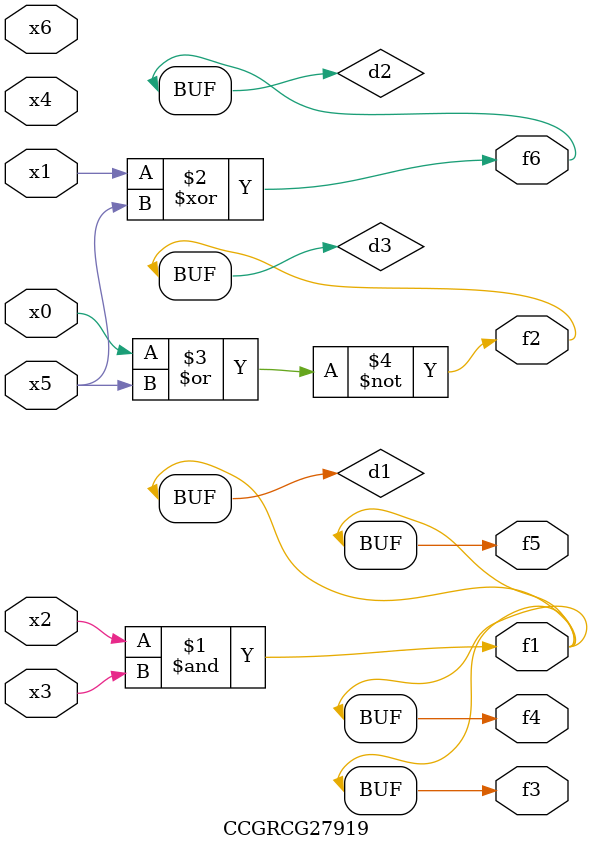
<source format=v>
module CCGRCG27919(
	input x0, x1, x2, x3, x4, x5, x6,
	output f1, f2, f3, f4, f5, f6
);

	wire d1, d2, d3;

	and (d1, x2, x3);
	xor (d2, x1, x5);
	nor (d3, x0, x5);
	assign f1 = d1;
	assign f2 = d3;
	assign f3 = d1;
	assign f4 = d1;
	assign f5 = d1;
	assign f6 = d2;
endmodule

</source>
